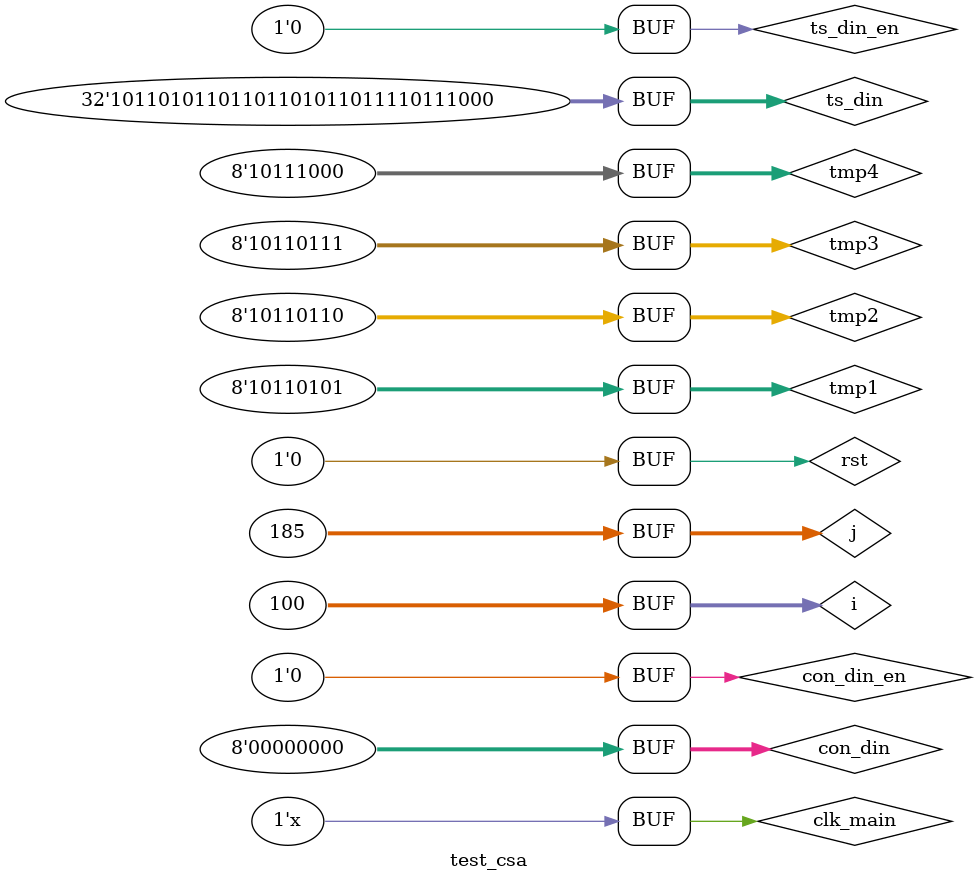
<source format=v>
`timescale 1ns / 1ps


module test_csa;

	// Inputs
	reg clk_main;
	reg rst;
	reg [31:0] ts_din;
	reg ts_din_en;
	reg [7:0] con_din;
	reg con_din_en;

	// Outputs
	wire [32:0] ts_dout;
	wire ts_dout_en;
	wire [35:0] ecm_addr_dout;
	wire ecm_addr_dout_en;
	wire [7:0] ecm_ddr_dout;
	wire ecm_ddr_dout_en;
	wire [8:0] emm_dout;
	wire emm_dout_en;
	wire [8:0] emm_send;
	wire emm_send_en;
	wire erro_flag;

	// Instantiate the Unit Under Test (UUT)
	csa_top uut (
		.clk_main(clk_main), 
		.rst(rst), 
		.ts_din(ts_din), 
		.ts_din_en(ts_din_en), 
		.con_din(con_din), 
		.con_din_en(con_din_en), 
		.ts_dout(ts_dout), 
		.ts_dout_en(ts_dout_en), 
		.ecm_addr_dout(ecm_addr_dout), 
		.ecm_addr_dout_en(ecm_addr_dout_en), 
		.ecm_ddr_dout(ecm_ddr_dout), 
		.ecm_ddr_dout_en(ecm_ddr_dout_en), 
		.emm_dout(emm_dout), 
		.emm_dout_en(emm_dout_en), 
		.emm_send(emm_send), 
		.emm_send_en(emm_send_en), 
		.erro_flag(erro_flag)
	);

integer i,j;
reg [7:0]tmp1,tmp2,tmp3,tmp4;
	initial begin
		// Initialize Inputs
		clk_main = 0;
		rst = 0;
		ts_din = 0;
		ts_din_en = 0;
		con_din = 0;
		con_din_en = 0;

		#3 rst=1;
		#4 rst=0;
		// Wait 100 ns for global reset to finish
		#100;
		for(i=1;i<100;i=i+1)
		begin
	 	#10 ts_din_en=1;
	 	tmp1=i;
	 	ts_din={24'b0,tmp1};
	 	#10 ts_din=32'h00000_0002;
	 	#10 ts_din=32'h0c012_0802;
	 	#10 ts_din=32'h00000_4e20;
	 	#10 ts_din={24'h0474001,4'b0,tmp1[3:0]};
	 	for(j=1;j<185;j=j+4)
	 	begin
	 		tmp1=j;
	 		tmp2=j+1;
	 		tmp3=j+2;
	 		tmp4=j+3;
	 	#10 ts_din={tmp1,tmp2,tmp3,tmp4};
	 	end
	 	#10 ts_din_en=0;
	 	
	 	#60;
	 	
      end
        
		// Add stimulus here

	end
      always #5 clk_main=~clk_main;
endmodule


</source>
